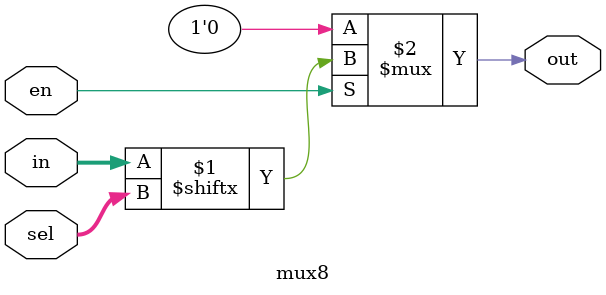
<source format=sv>
module mux8 (
    input logic [7:0] in,
    input logic [2:0] sel,
    input logic en,
    output logic out
);
    assign out = en ? in[sel] : 1'b0;
endmodule
</source>
